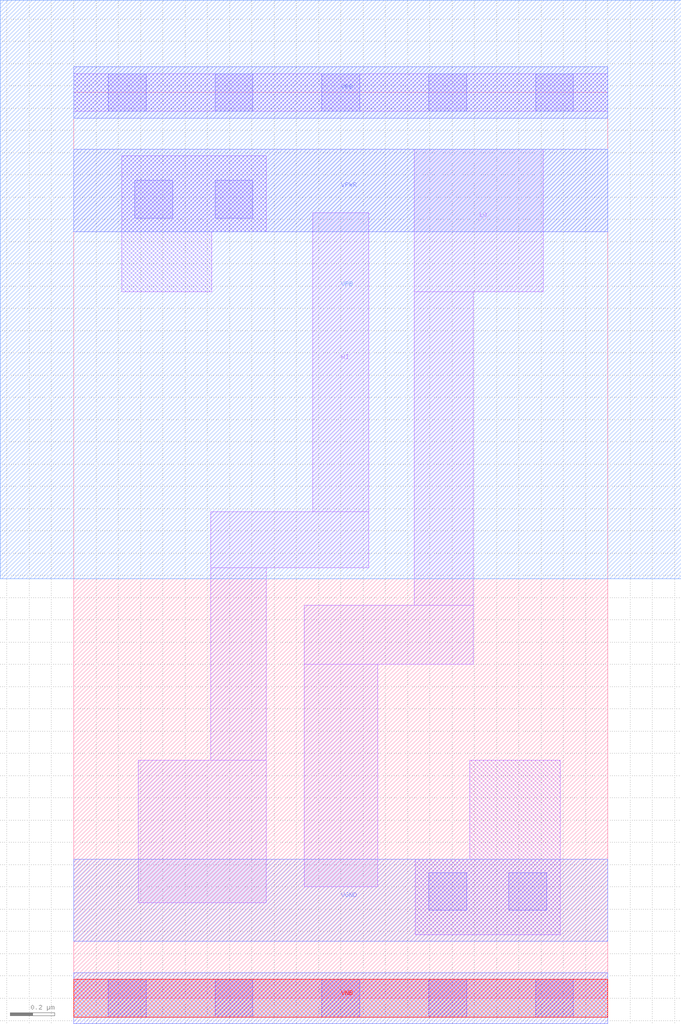
<source format=lef>
# Copyright 2020 The SkyWater PDK Authors
#
# Licensed under the Apache License, Version 2.0 (the "License");
# you may not use this file except in compliance with the License.
# You may obtain a copy of the License at
#
#     https://www.apache.org/licenses/LICENSE-2.0
#
# Unless required by applicable law or agreed to in writing, software
# distributed under the License is distributed on an "AS IS" BASIS,
# WITHOUT WARRANTIES OR CONDITIONS OF ANY KIND, either express or implied.
# See the License for the specific language governing permissions and
# limitations under the License.
#
# SPDX-License-Identifier: Apache-2.0

VERSION 5.7 ;
  NOWIREEXTENSIONATPIN ON ;
  DIVIDERCHAR "/" ;
  BUSBITCHARS "[]" ;
MACRO sky130_fd_sc_hvl__conb_1
  CLASS CORE ;
  FOREIGN sky130_fd_sc_hvl__conb_1 ;
  ORIGIN  0.000000  0.000000 ;
  SIZE  2.400000 BY  4.070000 ;
  SYMMETRY X Y ;
  SITE unithv ;
  PIN HI
    DIRECTION OUTPUT ;
    USE SIGNAL ;
    PORT
      LAYER li1 ;
        RECT 0.290000 0.430000 0.865000 1.070000 ;
        RECT 0.615000 1.070000 0.865000 1.935000 ;
        RECT 0.615000 1.935000 1.325000 2.185000 ;
        RECT 1.075000 2.185000 1.325000 3.530000 ;
    END
  END HI
  PIN LO
    DIRECTION OUTPUT ;
    USE SIGNAL ;
    PORT
      LAYER li1 ;
        RECT 1.035000 0.500000 1.365000 1.500000 ;
        RECT 1.035000 1.500000 1.795000 1.765000 ;
        RECT 1.530000 1.765000 1.795000 3.175000 ;
        RECT 1.530000 3.175000 2.110000 3.815000 ;
    END
  END LO
  PIN VGND
    DIRECTION INOUT ;
    USE GROUND ;
    PORT
      LAYER met1 ;
        RECT 0.000000 0.255000 2.400000 0.625000 ;
    END
  END VGND
  PIN VNB
    DIRECTION INOUT ;
    USE GROUND ;
    PORT
      LAYER met1 ;
        RECT 0.000000 -0.115000 2.400000 0.115000 ;
      LAYER pwell ;
        RECT 0.000000 -0.085000 2.400000 0.085000 ;
    END
  END VNB
  PIN VPB
    DIRECTION INOUT ;
    USE POWER ;
    PORT
      LAYER met1 ;
        RECT 0.000000 3.955000 2.400000 4.185000 ;
      LAYER nwell ;
        RECT -0.330000 1.885000 2.730000 4.485000 ;
    END
  END VPB
  PIN VPWR
    DIRECTION INOUT ;
    USE POWER ;
    PORT
      LAYER met1 ;
        RECT 0.000000 3.445000 2.400000 3.815000 ;
    END
  END VPWR
  OBS
    LAYER li1 ;
      RECT 0.000000 -0.085000 2.400000 0.085000 ;
      RECT 0.000000  3.985000 2.400000 4.155000 ;
      RECT 0.215000  3.175000 0.620000 3.445000 ;
      RECT 0.215000  3.445000 0.865000 3.785000 ;
      RECT 1.535000  0.285000 2.185000 0.625000 ;
      RECT 1.780000  0.625000 2.185000 1.070000 ;
    LAYER mcon ;
      RECT 0.155000 -0.085000 0.325000 0.085000 ;
      RECT 0.155000  3.985000 0.325000 4.155000 ;
      RECT 0.275000  3.505000 0.445000 3.675000 ;
      RECT 0.635000 -0.085000 0.805000 0.085000 ;
      RECT 0.635000  3.505000 0.805000 3.675000 ;
      RECT 0.635000  3.985000 0.805000 4.155000 ;
      RECT 1.115000 -0.085000 1.285000 0.085000 ;
      RECT 1.115000  3.985000 1.285000 4.155000 ;
      RECT 1.595000 -0.085000 1.765000 0.085000 ;
      RECT 1.595000  0.395000 1.765000 0.565000 ;
      RECT 1.595000  3.985000 1.765000 4.155000 ;
      RECT 1.955000  0.395000 2.125000 0.565000 ;
      RECT 2.075000 -0.085000 2.245000 0.085000 ;
      RECT 2.075000  3.985000 2.245000 4.155000 ;
  END
END sky130_fd_sc_hvl__conb_1
END LIBRARY

</source>
